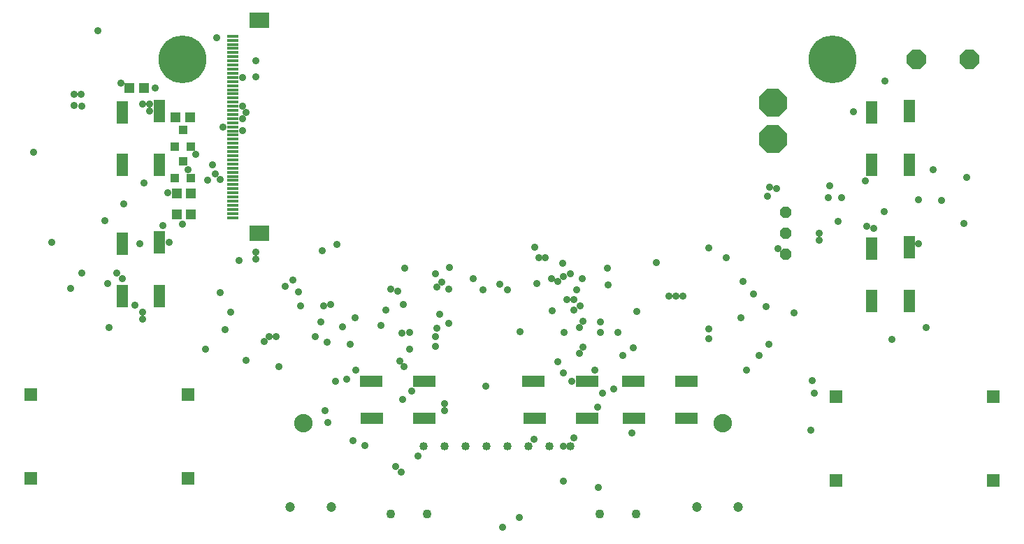
<source format=gbr>
G04 EAGLE Gerber X2 export*
%TF.Part,Single*%
%TF.FileFunction,Soldermask,Bot,1*%
%TF.FilePolarity,Negative*%
%TF.GenerationSoftware,Autodesk,EAGLE,8.7.1*%
%TF.CreationDate,2018-03-30T22:44:39Z*%
G75*
%MOMM*%
%FSLAX34Y34*%
%LPD*%
%AMOC8*
5,1,8,0,0,1.08239X$1,22.5*%
G01*
%ADD10C,5.791200*%
%ADD11C,2.235200*%
%ADD12R,1.536700X1.536700*%
%ADD13R,1.203200X1.303200*%
%ADD14R,2.743200X1.473200*%
%ADD15R,1.473200X2.743200*%
%ADD16P,2.556822X8X22.500000*%
%ADD17C,1.016000*%
%ADD18R,0.990600X1.092200*%
%ADD19P,3.629037X8X22.500000*%
%ADD20R,1.400000X0.400000*%
%ADD21R,2.350000X1.900000*%
%ADD22C,1.103200*%
%ADD23P,1.539592X8X112.500000*%
%ADD24C,1.203200*%
%ADD25C,0.889000*%


D10*
X234950Y609600D03*
X1022350Y609600D03*
D11*
X381000Y168910D03*
X889000Y168910D03*
D12*
X1026160Y200660D03*
X1026160Y99060D03*
X1216660Y200660D03*
X1216660Y99060D03*
X50800Y203200D03*
X50800Y101600D03*
X241300Y203200D03*
X241300Y101600D03*
D13*
X187570Y575310D03*
X170570Y575310D03*
X243450Y539750D03*
X226450Y539750D03*
X227720Y447040D03*
X244720Y447040D03*
X227720Y421640D03*
X244720Y421640D03*
D14*
X724662Y219456D03*
X659638Y219456D03*
X724662Y174244D03*
X661162Y174244D03*
X845312Y219456D03*
X780288Y219456D03*
X845312Y174244D03*
X781812Y174244D03*
D15*
X1114806Y481838D03*
X1114806Y546862D03*
X1069594Y481838D03*
X1069594Y545338D03*
X206756Y481838D03*
X206756Y546862D03*
X161544Y481838D03*
X161544Y545338D03*
X1114806Y316738D03*
X1114806Y381762D03*
X1069594Y316738D03*
X1069594Y380238D03*
X206756Y323088D03*
X206756Y388112D03*
X161544Y323088D03*
X161544Y386588D03*
D14*
X527812Y219456D03*
X462788Y219456D03*
X527812Y174244D03*
X464312Y174244D03*
D16*
X1123188Y609600D03*
X1188212Y609600D03*
D17*
X704850Y140970D03*
X679450Y140970D03*
X654050Y140970D03*
X628650Y140970D03*
X603250Y140970D03*
X577850Y140970D03*
X552450Y140970D03*
X527050Y140970D03*
D18*
X244856Y504190D03*
X225552Y504190D03*
X235204Y524510D03*
X244856Y466090D03*
X225552Y466090D03*
X235204Y486410D03*
D19*
X949960Y513080D03*
X949960Y557530D03*
D20*
X295160Y638000D03*
X295160Y633000D03*
X295160Y628000D03*
X295160Y623000D03*
X295160Y618000D03*
X295160Y613000D03*
X295160Y608000D03*
X295160Y603000D03*
X295160Y598000D03*
X295160Y593000D03*
X295160Y588000D03*
X295160Y583000D03*
X295160Y578000D03*
X295160Y573000D03*
X295160Y568000D03*
X295160Y563000D03*
X295160Y558000D03*
X295160Y553000D03*
X295160Y548000D03*
X295160Y543000D03*
X295160Y538000D03*
X295160Y533000D03*
X295160Y528000D03*
X295160Y523000D03*
X295160Y518000D03*
X295160Y513000D03*
X295160Y508000D03*
X295160Y503000D03*
X295160Y498000D03*
X295160Y493000D03*
X295160Y488000D03*
X295160Y483000D03*
X295160Y478000D03*
X295160Y473000D03*
X295160Y468000D03*
X295160Y463000D03*
X295160Y458000D03*
X295160Y453000D03*
X295160Y448000D03*
X295160Y443000D03*
X295160Y438000D03*
X295160Y433000D03*
X295160Y428000D03*
X295160Y423000D03*
X295160Y418000D03*
D21*
X327660Y399000D03*
X327660Y657000D03*
D22*
X487270Y58420D03*
X531270Y58420D03*
X740000Y58420D03*
X784000Y58420D03*
D23*
X965200Y373380D03*
X965200Y424180D03*
X965200Y398780D03*
D24*
X414890Y67460D03*
X364890Y67460D03*
X907650Y67460D03*
X857650Y67460D03*
D25*
X1143762Y475996D03*
X1072134Y405130D03*
X1126236Y386080D03*
X1084326Y424942D03*
X720090Y261112D03*
X780288Y260350D03*
X997458Y219964D03*
X541020Y350266D03*
X541020Y261874D03*
X497586Y244348D03*
X749046Y356362D03*
X275844Y636016D03*
X112776Y552958D03*
X54102Y497332D03*
X112014Y567436D03*
X218694Y388366D03*
X455676Y141478D03*
X1047750Y546100D03*
X1085088Y583438D03*
X1094232Y270256D03*
X1018794Y456184D03*
X1063752Y407416D03*
X140970Y414274D03*
X303276Y366268D03*
X402336Y291592D03*
X509778Y258064D03*
X201930Y575056D03*
X403860Y377698D03*
X503682Y356362D03*
X131826Y644398D03*
X99060Y331978D03*
X161544Y344170D03*
X358902Y334264D03*
X103632Y567436D03*
X103632Y553720D03*
X160020Y581152D03*
X1005840Y399034D03*
X1126236Y439420D03*
X954024Y453136D03*
X1181100Y411226D03*
X1153668Y438658D03*
X76200Y387604D03*
X112776Y351028D03*
X154686Y351028D03*
X368046Y341884D03*
X421386Y385318D03*
X499872Y109474D03*
X738378Y91186D03*
X1184910Y466852D03*
X419862Y219202D03*
X323088Y607822D03*
X323088Y588772D03*
X444246Y232918D03*
X433578Y222250D03*
X911352Y296926D03*
X708660Y318262D03*
X708660Y306070D03*
X493014Y116332D03*
X740664Y278638D03*
X768096Y250444D03*
X749808Y336550D03*
X601980Y213868D03*
X182880Y386080D03*
X286512Y282448D03*
X689610Y242824D03*
X695706Y229870D03*
X706374Y219202D03*
X737616Y187960D03*
X643128Y279400D03*
X689610Y340360D03*
X945642Y454660D03*
X551688Y184150D03*
X406908Y184150D03*
X351282Y237490D03*
X665988Y369316D03*
X486918Y331216D03*
X307086Y537718D03*
X195072Y546862D03*
X377952Y310642D03*
X405384Y310642D03*
X840486Y322834D03*
X557784Y357124D03*
X542544Y333502D03*
X311658Y545338D03*
X195072Y555244D03*
X339852Y274066D03*
X443484Y296164D03*
X495300Y328930D03*
X941832Y309880D03*
X926592Y325120D03*
X913638Y340360D03*
X872490Y381508D03*
X718566Y344170D03*
X541020Y274066D03*
X271272Y482092D03*
X428244Y285496D03*
X500634Y277876D03*
X933450Y250444D03*
X871728Y271018D03*
X823722Y322834D03*
X704088Y350266D03*
X542544Y283972D03*
X307086Y552958D03*
X186690Y555244D03*
X333756Y267970D03*
X438150Y264160D03*
X509778Y278638D03*
X944880Y264160D03*
X808482Y363220D03*
X695706Y346456D03*
X586740Y344170D03*
X274320Y470662D03*
X409956Y267208D03*
X975360Y302260D03*
X893064Y369316D03*
X598932Y330454D03*
X546354Y300736D03*
X283464Y527812D03*
X323088Y367792D03*
X413766Y312928D03*
X872490Y283210D03*
X716280Y310642D03*
X618744Y337312D03*
X557022Y290068D03*
X307086Y523240D03*
X323088Y376174D03*
X474726Y287020D03*
X832104Y322834D03*
X694944Y362458D03*
X681228Y344170D03*
X663702Y338074D03*
X628650Y330454D03*
X502920Y237490D03*
X280416Y464566D03*
X395478Y273304D03*
X778764Y156718D03*
X519684Y128524D03*
X715518Y253492D03*
X441198Y147574D03*
X185928Y303022D03*
X176784Y312166D03*
X696468Y278638D03*
X733806Y232918D03*
X756666Y210058D03*
X918210Y232918D03*
X557022Y331216D03*
X548640Y339598D03*
X374904Y328168D03*
X185928Y294640D03*
X145542Y284734D03*
X715518Y284734D03*
X265176Y463042D03*
X740664Y291592D03*
X700278Y318262D03*
X674370Y369316D03*
X661416Y382270D03*
X307086Y588010D03*
X762000Y278638D03*
X743712Y205486D03*
X708660Y150622D03*
X410718Y169672D03*
X262128Y258826D03*
X551688Y192532D03*
X995934Y160528D03*
X943356Y443992D03*
X217170Y447802D03*
X241554Y475996D03*
X188214Y459994D03*
X163068Y434848D03*
X250698Y494284D03*
X711708Y330454D03*
X512064Y207772D03*
X501396Y197104D03*
X348234Y274066D03*
X211074Y408178D03*
X234696Y409702D03*
X682752Y305308D03*
X956310Y380746D03*
X1033272Y442468D03*
X1016508Y442468D03*
X480822Y306070D03*
X502158Y312928D03*
X720090Y292354D03*
X660654Y149098D03*
X695706Y140716D03*
X695706Y98044D03*
X784860Y304546D03*
X1005840Y390652D03*
X1028700Y413512D03*
X1061466Y462280D03*
X280416Y326644D03*
X144018Y338074D03*
X622554Y42418D03*
X311658Y245110D03*
X292608Y303022D03*
X999744Y205486D03*
X1135380Y284734D03*
X642366Y54610D03*
M02*

</source>
